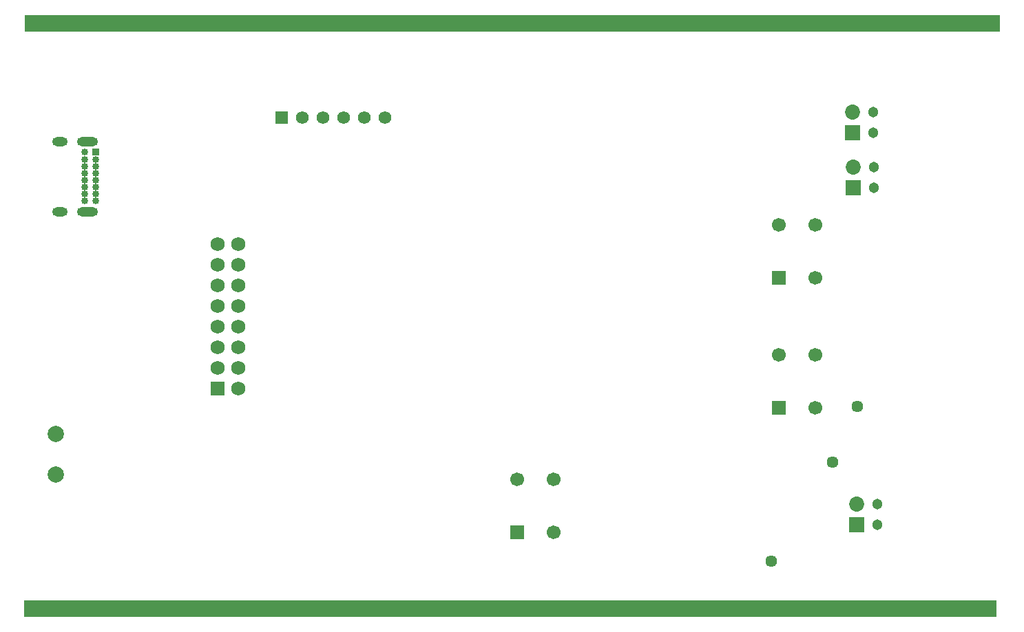
<source format=gbs>
G04*
G04 #@! TF.GenerationSoftware,Altium Limited,Altium Designer,25.3.3 (18)*
G04*
G04 Layer_Color=16711935*
%FSLAX44Y44*%
%MOMM*%
G71*
G04*
G04 #@! TF.SameCoordinates,6D202E75-467B-4672-BE30-C010D47AD25D*
G04*
G04*
G04 #@! TF.FilePolarity,Negative*
G04*
G01*
G75*
%ADD57C,1.7012*%
%ADD58R,1.7012X1.7012*%
%ADD59O,1.9032X1.1032*%
%ADD60O,2.6032X1.1032*%
%ADD61R,0.8532X0.8532*%
%ADD62C,0.8532*%
%ADD63R,1.8532X1.8532*%
%ADD64C,1.8532*%
%ADD65C,1.3032*%
%ADD66C,1.4432*%
%ADD67R,1.7332X1.7332*%
%ADD68C,1.7332*%
%ADD69C,1.5700*%
%ADD70R,1.5700X1.5700*%
%ADD71C,2.0032*%
%ADD96R,119.5248X2.0405*%
%ADD97R,119.8908X2.0066*%
D57*
X972500Y322500D02*
D03*
X927500D02*
D03*
X972500Y257500D02*
D03*
Y417500D02*
D03*
X927500Y482500D02*
D03*
X972500D02*
D03*
X650388Y169406D02*
D03*
X605388D02*
D03*
X650388Y104406D02*
D03*
D58*
X927500Y257500D02*
D03*
Y417500D02*
D03*
X605388Y104406D02*
D03*
D59*
X43640Y585540D02*
D03*
Y499040D02*
D03*
D60*
X77440Y585540D02*
D03*
Y499040D02*
D03*
D61*
X87240Y572040D02*
D03*
D62*
Y563540D02*
D03*
Y555040D02*
D03*
Y529540D02*
D03*
Y521040D02*
D03*
Y512540D02*
D03*
X73740D02*
D03*
Y521040D02*
D03*
Y529540D02*
D03*
Y555040D02*
D03*
Y563540D02*
D03*
Y572040D02*
D03*
Y538040D02*
D03*
X87240Y546540D02*
D03*
Y538040D02*
D03*
X73740Y546540D02*
D03*
D63*
X1018286Y595884D02*
D03*
X1023366Y113284D02*
D03*
X1019048Y528066D02*
D03*
D64*
X1018286Y621284D02*
D03*
X1023366Y138684D02*
D03*
X1019048Y553466D02*
D03*
D65*
X1043686Y595884D02*
D03*
Y621284D02*
D03*
X1048766Y138684D02*
D03*
Y113284D02*
D03*
X1044448Y528066D02*
D03*
Y553466D02*
D03*
D66*
X1024128Y258826D02*
D03*
X917702Y69088D02*
D03*
X993648Y191008D02*
D03*
D67*
X237490Y281178D02*
D03*
D68*
X262890D02*
D03*
X237490Y306578D02*
D03*
X262890D02*
D03*
X237490Y331978D02*
D03*
X262890D02*
D03*
X237490Y357378D02*
D03*
X262890D02*
D03*
X237490Y382778D02*
D03*
X262890D02*
D03*
X237490Y408178D02*
D03*
X262890D02*
D03*
X237490Y433578D02*
D03*
X262890D02*
D03*
X237490Y458978D02*
D03*
X262890D02*
D03*
D69*
X443230Y614934D02*
D03*
X417830D02*
D03*
X392430D02*
D03*
X367030D02*
D03*
X341630D02*
D03*
D70*
X316230D02*
D03*
D71*
X38608Y175000D02*
D03*
Y225000D02*
D03*
D96*
X597446Y10202D02*
D03*
D97*
X599454Y730819D02*
D03*
M02*

</source>
